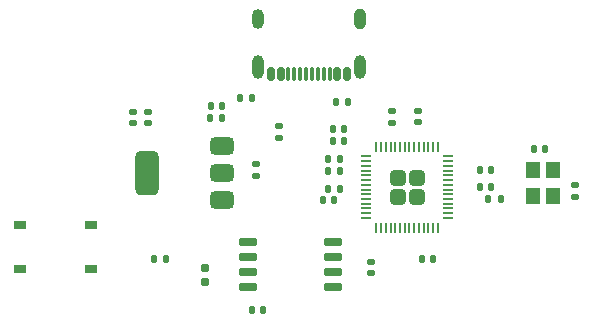
<source format=gbr>
%TF.GenerationSoftware,KiCad,Pcbnew,8.0.4*%
%TF.CreationDate,2024-07-24T01:11:58-07:00*%
%TF.ProjectId,panel_1,70616e65-6c5f-4312-9e6b-696361645f70,rev?*%
%TF.SameCoordinates,Original*%
%TF.FileFunction,Paste,Top*%
%TF.FilePolarity,Positive*%
%FSLAX46Y46*%
G04 Gerber Fmt 4.6, Leading zero omitted, Abs format (unit mm)*
G04 Created by KiCad (PCBNEW 8.0.4) date 2024-07-24 01:11:58*
%MOMM*%
%LPD*%
G01*
G04 APERTURE LIST*
G04 Aperture macros list*
%AMRoundRect*
0 Rectangle with rounded corners*
0 $1 Rounding radius*
0 $2 $3 $4 $5 $6 $7 $8 $9 X,Y pos of 4 corners*
0 Add a 4 corners polygon primitive as box body*
4,1,4,$2,$3,$4,$5,$6,$7,$8,$9,$2,$3,0*
0 Add four circle primitives for the rounded corners*
1,1,$1+$1,$2,$3*
1,1,$1+$1,$4,$5*
1,1,$1+$1,$6,$7*
1,1,$1+$1,$8,$9*
0 Add four rect primitives between the rounded corners*
20,1,$1+$1,$2,$3,$4,$5,0*
20,1,$1+$1,$4,$5,$6,$7,0*
20,1,$1+$1,$6,$7,$8,$9,0*
20,1,$1+$1,$8,$9,$2,$3,0*%
G04 Aperture macros list end*
%ADD10RoundRect,0.140000X0.140000X0.170000X-0.140000X0.170000X-0.140000X-0.170000X0.140000X-0.170000X0*%
%ADD11RoundRect,0.140000X-0.140000X-0.170000X0.140000X-0.170000X0.140000X0.170000X-0.140000X0.170000X0*%
%ADD12RoundRect,0.135000X-0.135000X-0.185000X0.135000X-0.185000X0.135000X0.185000X-0.135000X0.185000X0*%
%ADD13RoundRect,0.140000X0.170000X-0.140000X0.170000X0.140000X-0.170000X0.140000X-0.170000X-0.140000X0*%
%ADD14RoundRect,0.375000X0.625000X0.375000X-0.625000X0.375000X-0.625000X-0.375000X0.625000X-0.375000X0*%
%ADD15RoundRect,0.500000X0.500000X1.400000X-0.500000X1.400000X-0.500000X-1.400000X0.500000X-1.400000X0*%
%ADD16RoundRect,0.150000X0.150000X0.420000X-0.150000X0.420000X-0.150000X-0.420000X0.150000X-0.420000X0*%
%ADD17RoundRect,0.075000X0.075000X0.495000X-0.075000X0.495000X-0.075000X-0.495000X0.075000X-0.495000X0*%
%ADD18O,1.000000X2.000000*%
%ADD19O,1.000000X1.800000*%
%ADD20O,1.000000X1.700000*%
%ADD21R,1.000000X0.750000*%
%ADD22RoundRect,0.135000X-0.185000X0.135000X-0.185000X-0.135000X0.185000X-0.135000X0.185000X0.135000X0*%
%ADD23R,1.200000X1.400000*%
%ADD24RoundRect,0.150000X0.650000X0.150000X-0.650000X0.150000X-0.650000X-0.150000X0.650000X-0.150000X0*%
%ADD25RoundRect,0.140000X-0.170000X0.140000X-0.170000X-0.140000X0.170000X-0.140000X0.170000X0.140000X0*%
%ADD26RoundRect,0.249999X0.395001X-0.395001X0.395001X0.395001X-0.395001X0.395001X-0.395001X-0.395001X0*%
%ADD27RoundRect,0.050000X0.050000X-0.387500X0.050000X0.387500X-0.050000X0.387500X-0.050000X-0.387500X0*%
%ADD28RoundRect,0.050000X0.387500X-0.050000X0.387500X0.050000X-0.387500X0.050000X-0.387500X-0.050000X0*%
%ADD29RoundRect,0.160000X-0.160000X0.197500X-0.160000X-0.197500X0.160000X-0.197500X0.160000X0.197500X0*%
%ADD30RoundRect,0.135000X0.135000X0.185000X-0.135000X0.185000X-0.135000X-0.185000X0.135000X-0.185000X0*%
G04 APERTURE END LIST*
D10*
%TO.C,C10*%
X156180000Y-41900000D03*
X155220000Y-41900000D03*
%TD*%
D11*
%TO.C,C14*%
X168040000Y-41740000D03*
X169000000Y-41740000D03*
%TD*%
D10*
%TO.C,C4*%
X173560000Y-38580000D03*
X172600000Y-38580000D03*
%TD*%
D12*
%TO.C,R5*%
X140451000Y-47836000D03*
X141471000Y-47836000D03*
%TD*%
D13*
%TO.C,C18*%
X138700000Y-36380000D03*
X138700000Y-35420000D03*
%TD*%
D14*
%TO.C,U2*%
X146172000Y-42878000D03*
X146172000Y-40578000D03*
D15*
X139872000Y-40578000D03*
D14*
X146172000Y-38278000D03*
%TD*%
D13*
%TO.C,C16*%
X160580000Y-36310000D03*
X160580000Y-35350000D03*
%TD*%
D16*
%TO.C,J1*%
X156780000Y-32215000D03*
X155980000Y-32215000D03*
D17*
X154830000Y-32215000D03*
X153830000Y-32215000D03*
X153330000Y-32215000D03*
X152330000Y-32215000D03*
D16*
X151180000Y-32215000D03*
X150380000Y-32215000D03*
X150380000Y-32215000D03*
X151180000Y-32215000D03*
D17*
X151830000Y-32215000D03*
X152830000Y-32215000D03*
X154330000Y-32215000D03*
X155330000Y-32215000D03*
D16*
X155980000Y-32215000D03*
X156780000Y-32215000D03*
D18*
X157900000Y-31645000D03*
D19*
X157900000Y-27505000D03*
D18*
X149260000Y-31645000D03*
D20*
X149260000Y-27505000D03*
%TD*%
D12*
%TO.C,R3*%
X155820000Y-34580000D03*
X156840000Y-34580000D03*
%TD*%
D21*
%TO.C,SW1*%
X129105000Y-44955000D03*
X135105000Y-44955000D03*
X129105000Y-48705000D03*
X135105000Y-48705000D03*
%TD*%
D22*
%TO.C,R2*%
X151022000Y-36568000D03*
X151022000Y-37588000D03*
%TD*%
D11*
%TO.C,C8*%
X168040000Y-40330000D03*
X169000000Y-40330000D03*
%TD*%
D10*
%TO.C,C9*%
X155680000Y-42900000D03*
X154720000Y-42900000D03*
%TD*%
D11*
%TO.C,C2*%
X145220000Y-35900000D03*
X146180000Y-35900000D03*
%TD*%
D10*
%TO.C,C6*%
X156560000Y-37830000D03*
X155600000Y-37830000D03*
%TD*%
D11*
%TO.C,C13*%
X163100000Y-47830000D03*
X164060000Y-47830000D03*
%TD*%
D23*
%TO.C,Y1*%
X174196000Y-42530000D03*
X174196000Y-40330000D03*
X172496000Y-40330000D03*
X172496000Y-42530000D03*
%TD*%
D11*
%TO.C,C5*%
X148736000Y-52154000D03*
X149696000Y-52154000D03*
%TD*%
D12*
%TO.C,R1*%
X147690000Y-34247000D03*
X148710000Y-34247000D03*
%TD*%
D13*
%TO.C,C17*%
X139945000Y-36378000D03*
X139945000Y-35418000D03*
%TD*%
%TO.C,C11*%
X149080000Y-40810000D03*
X149080000Y-39850000D03*
%TD*%
D24*
%TO.C,U3*%
X155610000Y-50249000D03*
X155610000Y-48979000D03*
X155610000Y-47709000D03*
X155610000Y-46439000D03*
X148410000Y-46439000D03*
X148410000Y-47709000D03*
X148410000Y-48979000D03*
X148410000Y-50249000D03*
%TD*%
D25*
%TO.C,C12*%
X158830000Y-48100000D03*
X158830000Y-49060000D03*
%TD*%
D12*
%TO.C,R8*%
X155190000Y-40400000D03*
X156210000Y-40400000D03*
%TD*%
D26*
%TO.C,U1*%
X161078000Y-42578000D03*
X162678000Y-42578000D03*
X161078000Y-40978000D03*
X162678000Y-40978000D03*
D27*
X159278000Y-45215500D03*
X159678000Y-45215500D03*
X160078000Y-45215500D03*
X160478000Y-45215500D03*
X160878000Y-45215500D03*
X161278000Y-45215500D03*
X161678000Y-45215500D03*
X162078000Y-45215500D03*
X162478000Y-45215500D03*
X162878000Y-45215500D03*
X163278000Y-45215500D03*
X163678000Y-45215500D03*
X164078000Y-45215500D03*
X164478000Y-45215500D03*
D28*
X165315500Y-44378000D03*
X165315500Y-43978000D03*
X165315500Y-43578000D03*
X165315500Y-43178000D03*
X165315500Y-42778000D03*
X165315500Y-42378000D03*
X165315500Y-41978000D03*
X165315500Y-41578000D03*
X165315500Y-41178000D03*
X165315500Y-40778000D03*
X165315500Y-40378000D03*
X165315500Y-39978000D03*
X165315500Y-39578000D03*
X165315500Y-39178000D03*
D27*
X164478000Y-38340500D03*
X164078000Y-38340500D03*
X163678000Y-38340500D03*
X163278000Y-38340500D03*
X162878000Y-38340500D03*
X162478000Y-38340500D03*
X162078000Y-38340500D03*
X161678000Y-38340500D03*
X161278000Y-38340500D03*
X160878000Y-38340500D03*
X160478000Y-38340500D03*
X160078000Y-38340500D03*
X159678000Y-38340500D03*
X159278000Y-38340500D03*
D28*
X158440500Y-39178000D03*
X158440500Y-39578000D03*
X158440500Y-39978000D03*
X158440500Y-40378000D03*
X158440500Y-40778000D03*
X158440500Y-41178000D03*
X158440500Y-41578000D03*
X158440500Y-41978000D03*
X158440500Y-42378000D03*
X158440500Y-42778000D03*
X158440500Y-43178000D03*
X158440500Y-43578000D03*
X158440500Y-43978000D03*
X158440500Y-44378000D03*
%TD*%
D13*
%TO.C,C15*%
X162830000Y-36290000D03*
X162830000Y-35330000D03*
%TD*%
D29*
%TO.C,R6*%
X144771000Y-48635500D03*
X144771000Y-49830500D03*
%TD*%
D12*
%TO.C,R7*%
X155190000Y-39400000D03*
X156210000Y-39400000D03*
%TD*%
D30*
%TO.C,R4*%
X169790000Y-42756000D03*
X168770000Y-42756000D03*
%TD*%
D10*
%TO.C,C7*%
X156560000Y-36830000D03*
X155600000Y-36830000D03*
%TD*%
D11*
%TO.C,C1*%
X145240000Y-34900000D03*
X146200000Y-34900000D03*
%TD*%
D25*
%TO.C,C3*%
X176052000Y-41628000D03*
X176052000Y-42588000D03*
%TD*%
M02*

</source>
